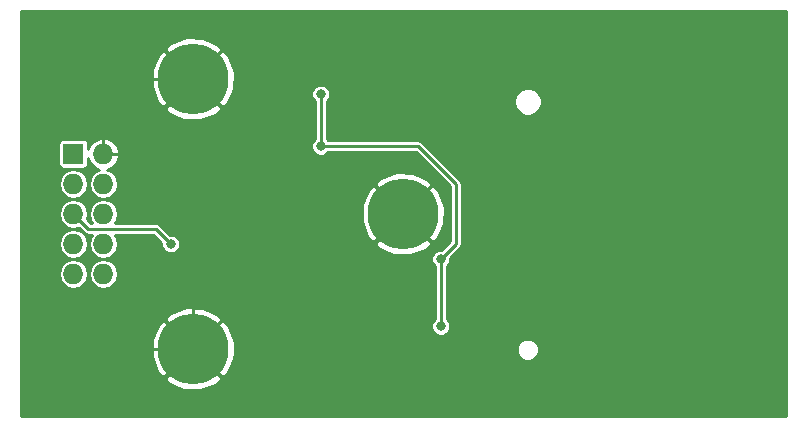
<source format=gbr>
G04 #@! TF.FileFunction,Copper,L2,Bot,Signal*
%FSLAX46Y46*%
G04 Gerber Fmt 4.6, Leading zero omitted, Abs format (unit mm)*
G04 Created by KiCad (PCBNEW 4.0.5+dfsg1-4) date Thu Feb 15 14:06:30 2018*
%MOMM*%
%LPD*%
G01*
G04 APERTURE LIST*
%ADD10C,0.100000*%
%ADD11C,6.000000*%
%ADD12R,1.727200X1.727200*%
%ADD13O,1.727200X1.727200*%
%ADD14C,0.800000*%
%ADD15C,0.250000*%
%ADD16C,0.254000*%
G04 APERTURE END LIST*
D10*
D11*
X142240000Y-90170000D03*
X142240000Y-113030000D03*
D12*
X132080000Y-96520000D03*
D13*
X134620000Y-96520000D03*
X132080000Y-99060000D03*
X134620000Y-99060000D03*
X132080000Y-101600000D03*
X134620000Y-101600000D03*
X132080000Y-104140000D03*
X134620000Y-104140000D03*
X132080000Y-106680000D03*
X134620000Y-106680000D03*
D11*
X160020000Y-101600000D03*
D14*
X139700000Y-107315000D03*
X138430000Y-104140000D03*
X154940000Y-105410000D03*
X132715000Y-87630000D03*
X128905000Y-117475000D03*
X184912000Y-111252000D03*
X184912000Y-95758000D03*
X162560000Y-85725000D03*
X163195000Y-111125000D03*
X163195000Y-105410000D03*
X153035000Y-95885000D03*
X153035000Y-91440000D03*
X140335000Y-104140000D03*
D15*
X139700000Y-107315000D02*
X139700000Y-105410000D01*
X142240000Y-108585000D02*
X140970000Y-107315000D01*
X140970000Y-107315000D02*
X139700000Y-107315000D01*
X142240000Y-113030000D02*
X142240000Y-108585000D01*
X139700000Y-105410000D02*
X138430000Y-104140000D01*
X160020000Y-101600000D02*
X156210000Y-105410000D01*
X156210000Y-105410000D02*
X154940000Y-105410000D01*
X142240000Y-90170000D02*
X135255000Y-90170000D01*
X135255000Y-90170000D02*
X132715000Y-87630000D01*
X142240000Y-113030000D02*
X133350000Y-113030000D01*
X133350000Y-113030000D02*
X128905000Y-117475000D01*
X163195000Y-111125000D02*
X163195000Y-105410000D01*
X163195000Y-105410000D02*
X164465000Y-104140000D01*
X161290000Y-95885000D02*
X153035000Y-95885000D01*
X164465000Y-99060000D02*
X161290000Y-95885000D01*
X164465000Y-104140000D02*
X164465000Y-99060000D01*
X153035000Y-95885000D02*
X153035000Y-91440000D01*
X133350000Y-102870000D02*
X132080000Y-101600000D01*
X139065000Y-102870000D02*
X133350000Y-102870000D01*
X140335000Y-104140000D02*
X139065000Y-102870000D01*
D16*
G36*
X192405000Y-118745000D02*
X127635000Y-118745000D01*
X127635000Y-115478289D01*
X139809672Y-115478289D01*
X140147941Y-115931078D01*
X141417384Y-116510843D01*
X142812063Y-116560681D01*
X144119650Y-116073005D01*
X144332059Y-115931078D01*
X144670328Y-115478289D01*
X142240000Y-113047961D01*
X139809672Y-115478289D01*
X127635000Y-115478289D01*
X127635000Y-113602063D01*
X138709319Y-113602063D01*
X139196995Y-114909650D01*
X139338922Y-115122059D01*
X139791711Y-115460328D01*
X142222039Y-113030000D01*
X142257961Y-113030000D01*
X144688289Y-115460328D01*
X145141078Y-115122059D01*
X145720843Y-113852616D01*
X145741136Y-113284723D01*
X169628659Y-113284723D01*
X169769505Y-113625594D01*
X170030074Y-113886619D01*
X170370699Y-114028059D01*
X170739523Y-114028381D01*
X171080394Y-113887535D01*
X171341419Y-113626966D01*
X171482859Y-113286341D01*
X171483181Y-112917517D01*
X171342335Y-112576646D01*
X171081766Y-112315621D01*
X170741141Y-112174181D01*
X170372317Y-112173859D01*
X170031446Y-112314705D01*
X169770421Y-112575274D01*
X169628981Y-112915899D01*
X169628659Y-113284723D01*
X145741136Y-113284723D01*
X145770681Y-112457937D01*
X145283005Y-111150350D01*
X145141078Y-110937941D01*
X144688289Y-110599672D01*
X142257961Y-113030000D01*
X142222039Y-113030000D01*
X139791711Y-110599672D01*
X139338922Y-110937941D01*
X138759157Y-112207384D01*
X138709319Y-113602063D01*
X127635000Y-113602063D01*
X127635000Y-110581711D01*
X139809672Y-110581711D01*
X142240000Y-113012039D01*
X144670328Y-110581711D01*
X144332059Y-110128922D01*
X143062616Y-109549157D01*
X141667937Y-109499319D01*
X140360350Y-109986995D01*
X140147941Y-110128922D01*
X139809672Y-110581711D01*
X127635000Y-110581711D01*
X127635000Y-106655617D01*
X130835400Y-106655617D01*
X130835400Y-106704383D01*
X130930140Y-107180671D01*
X131199935Y-107584448D01*
X131603712Y-107854243D01*
X132080000Y-107948983D01*
X132556288Y-107854243D01*
X132960065Y-107584448D01*
X133229860Y-107180671D01*
X133324600Y-106704383D01*
X133324600Y-106655617D01*
X133375400Y-106655617D01*
X133375400Y-106704383D01*
X133470140Y-107180671D01*
X133739935Y-107584448D01*
X134143712Y-107854243D01*
X134620000Y-107948983D01*
X135096288Y-107854243D01*
X135500065Y-107584448D01*
X135769860Y-107180671D01*
X135864600Y-106704383D01*
X135864600Y-106655617D01*
X135769860Y-106179329D01*
X135500065Y-105775552D01*
X135096288Y-105505757D01*
X134620000Y-105411017D01*
X134143712Y-105505757D01*
X133739935Y-105775552D01*
X133470140Y-106179329D01*
X133375400Y-106655617D01*
X133324600Y-106655617D01*
X133229860Y-106179329D01*
X132960065Y-105775552D01*
X132556288Y-105505757D01*
X132080000Y-105411017D01*
X131603712Y-105505757D01*
X131199935Y-105775552D01*
X130930140Y-106179329D01*
X130835400Y-106655617D01*
X127635000Y-106655617D01*
X127635000Y-104115617D01*
X130835400Y-104115617D01*
X130835400Y-104164383D01*
X130930140Y-104640671D01*
X131199935Y-105044448D01*
X131603712Y-105314243D01*
X132080000Y-105408983D01*
X132556288Y-105314243D01*
X132960065Y-105044448D01*
X133229860Y-104640671D01*
X133324600Y-104164383D01*
X133324600Y-104115617D01*
X133229860Y-103639329D01*
X132960065Y-103235552D01*
X132556288Y-102965757D01*
X132080000Y-102871017D01*
X131603712Y-102965757D01*
X131199935Y-103235552D01*
X130930140Y-103639329D01*
X130835400Y-104115617D01*
X127635000Y-104115617D01*
X127635000Y-101575617D01*
X130835400Y-101575617D01*
X130835400Y-101624383D01*
X130930140Y-102100671D01*
X131199935Y-102504448D01*
X131603712Y-102774243D01*
X132080000Y-102868983D01*
X132541577Y-102777169D01*
X132992204Y-103227796D01*
X133156362Y-103337483D01*
X133350000Y-103376000D01*
X133646091Y-103376000D01*
X133470140Y-103639329D01*
X133375400Y-104115617D01*
X133375400Y-104164383D01*
X133470140Y-104640671D01*
X133739935Y-105044448D01*
X134143712Y-105314243D01*
X134620000Y-105408983D01*
X135096288Y-105314243D01*
X135500065Y-105044448D01*
X135769860Y-104640671D01*
X135864600Y-104164383D01*
X135864600Y-104115617D01*
X135769860Y-103639329D01*
X135593909Y-103376000D01*
X138855408Y-103376000D01*
X139554057Y-104074649D01*
X139553864Y-104294669D01*
X139672514Y-104581823D01*
X139892021Y-104801714D01*
X140178968Y-104920864D01*
X140489669Y-104921136D01*
X140776823Y-104802486D01*
X140996714Y-104582979D01*
X141115864Y-104296032D01*
X141116080Y-104048289D01*
X157589672Y-104048289D01*
X157927941Y-104501078D01*
X159197384Y-105080843D01*
X160592063Y-105130681D01*
X161899650Y-104643005D01*
X162112059Y-104501078D01*
X162450328Y-104048289D01*
X160020000Y-101617961D01*
X157589672Y-104048289D01*
X141116080Y-104048289D01*
X141116136Y-103985331D01*
X140997486Y-103698177D01*
X140777979Y-103478286D01*
X140491032Y-103359136D01*
X140269534Y-103358942D01*
X139422796Y-102512204D01*
X139258638Y-102402517D01*
X139065000Y-102364000D01*
X135593909Y-102364000D01*
X135722157Y-102172063D01*
X156489319Y-102172063D01*
X156976995Y-103479650D01*
X157118922Y-103692059D01*
X157571711Y-104030328D01*
X160002039Y-101600000D01*
X160037961Y-101600000D01*
X162468289Y-104030328D01*
X162921078Y-103692059D01*
X163500843Y-102422616D01*
X163550681Y-101027937D01*
X163063005Y-99720350D01*
X162921078Y-99507941D01*
X162468289Y-99169672D01*
X160037961Y-101600000D01*
X160002039Y-101600000D01*
X157571711Y-99169672D01*
X157118922Y-99507941D01*
X156539157Y-100777384D01*
X156489319Y-102172063D01*
X135722157Y-102172063D01*
X135769860Y-102100671D01*
X135864600Y-101624383D01*
X135864600Y-101575617D01*
X135769860Y-101099329D01*
X135500065Y-100695552D01*
X135096288Y-100425757D01*
X134620000Y-100331017D01*
X134143712Y-100425757D01*
X133739935Y-100695552D01*
X133470140Y-101099329D01*
X133375400Y-101575617D01*
X133375400Y-101624383D01*
X133470140Y-102100671D01*
X133646091Y-102364000D01*
X133559592Y-102364000D01*
X133240877Y-102045285D01*
X133324600Y-101624383D01*
X133324600Y-101575617D01*
X133229860Y-101099329D01*
X132960065Y-100695552D01*
X132556288Y-100425757D01*
X132080000Y-100331017D01*
X131603712Y-100425757D01*
X131199935Y-100695552D01*
X130930140Y-101099329D01*
X130835400Y-101575617D01*
X127635000Y-101575617D01*
X127635000Y-99035617D01*
X130835400Y-99035617D01*
X130835400Y-99084383D01*
X130930140Y-99560671D01*
X131199935Y-99964448D01*
X131603712Y-100234243D01*
X132080000Y-100328983D01*
X132556288Y-100234243D01*
X132960065Y-99964448D01*
X133229860Y-99560671D01*
X133324600Y-99084383D01*
X133324600Y-99035617D01*
X133229860Y-98559329D01*
X132960065Y-98155552D01*
X132556288Y-97885757D01*
X132080000Y-97791017D01*
X131603712Y-97885757D01*
X131199935Y-98155552D01*
X130930140Y-98559329D01*
X130835400Y-99035617D01*
X127635000Y-99035617D01*
X127635000Y-95656400D01*
X130827936Y-95656400D01*
X130827936Y-97383600D01*
X130854503Y-97524790D01*
X130937946Y-97654465D01*
X131065266Y-97741459D01*
X131216400Y-97772064D01*
X132943600Y-97772064D01*
X133084790Y-97745497D01*
X133214465Y-97662054D01*
X133301459Y-97534734D01*
X133332064Y-97383600D01*
X133332064Y-96917686D01*
X133457204Y-97247457D01*
X133824102Y-97637065D01*
X134305446Y-97853586D01*
X134143712Y-97885757D01*
X133739935Y-98155552D01*
X133470140Y-98559329D01*
X133375400Y-99035617D01*
X133375400Y-99084383D01*
X133470140Y-99560671D01*
X133739935Y-99964448D01*
X134143712Y-100234243D01*
X134620000Y-100328983D01*
X135096288Y-100234243D01*
X135500065Y-99964448D01*
X135769860Y-99560671D01*
X135851207Y-99151711D01*
X157589672Y-99151711D01*
X160020000Y-101582039D01*
X162450328Y-99151711D01*
X162112059Y-98698922D01*
X160842616Y-98119157D01*
X159447937Y-98069319D01*
X158140350Y-98556995D01*
X157927941Y-98698922D01*
X157589672Y-99151711D01*
X135851207Y-99151711D01*
X135864600Y-99084383D01*
X135864600Y-99035617D01*
X135769860Y-98559329D01*
X135500065Y-98155552D01*
X135096288Y-97885757D01*
X134934554Y-97853586D01*
X135415898Y-97637065D01*
X135782796Y-97247457D01*
X135972669Y-96747100D01*
X135864542Y-96532700D01*
X134632700Y-96532700D01*
X134632700Y-96552700D01*
X134607300Y-96552700D01*
X134607300Y-96532700D01*
X134587300Y-96532700D01*
X134587300Y-96507300D01*
X134607300Y-96507300D01*
X134607300Y-95275465D01*
X134632700Y-95275465D01*
X134632700Y-96507300D01*
X135864542Y-96507300D01*
X135972669Y-96292900D01*
X135782796Y-95792543D01*
X135415898Y-95402935D01*
X134927832Y-95183390D01*
X134847100Y-95167332D01*
X134632700Y-95275465D01*
X134607300Y-95275465D01*
X134392900Y-95167332D01*
X134312168Y-95183390D01*
X133824102Y-95402935D01*
X133457204Y-95792543D01*
X133332064Y-96122314D01*
X133332064Y-95656400D01*
X133305497Y-95515210D01*
X133222054Y-95385535D01*
X133094734Y-95298541D01*
X132943600Y-95267936D01*
X131216400Y-95267936D01*
X131075210Y-95294503D01*
X130945535Y-95377946D01*
X130858541Y-95505266D01*
X130827936Y-95656400D01*
X127635000Y-95656400D01*
X127635000Y-92618289D01*
X139809672Y-92618289D01*
X140147941Y-93071078D01*
X141417384Y-93650843D01*
X142812063Y-93700681D01*
X144119650Y-93213005D01*
X144332059Y-93071078D01*
X144670328Y-92618289D01*
X142240000Y-90187961D01*
X139809672Y-92618289D01*
X127635000Y-92618289D01*
X127635000Y-90742063D01*
X138709319Y-90742063D01*
X139196995Y-92049650D01*
X139338922Y-92262059D01*
X139791711Y-92600328D01*
X142222039Y-90170000D01*
X142257961Y-90170000D01*
X144688289Y-92600328D01*
X145141078Y-92262059D01*
X145445880Y-91594669D01*
X152253864Y-91594669D01*
X152372514Y-91881823D01*
X152529000Y-92038583D01*
X152529000Y-95286579D01*
X152373286Y-95442021D01*
X152254136Y-95728968D01*
X152253864Y-96039669D01*
X152372514Y-96326823D01*
X152592021Y-96546714D01*
X152878968Y-96665864D01*
X153189669Y-96666136D01*
X153476823Y-96547486D01*
X153633583Y-96391000D01*
X161080408Y-96391000D01*
X163959000Y-99269592D01*
X163959000Y-103930408D01*
X163260351Y-104629057D01*
X163040331Y-104628864D01*
X162753177Y-104747514D01*
X162533286Y-104967021D01*
X162414136Y-105253968D01*
X162413864Y-105564669D01*
X162532514Y-105851823D01*
X162689000Y-106008583D01*
X162689000Y-110526579D01*
X162533286Y-110682021D01*
X162414136Y-110968968D01*
X162413864Y-111279669D01*
X162532514Y-111566823D01*
X162752021Y-111786714D01*
X163038968Y-111905864D01*
X163349669Y-111906136D01*
X163636823Y-111787486D01*
X163856714Y-111567979D01*
X163975864Y-111281032D01*
X163976136Y-110970331D01*
X163857486Y-110683177D01*
X163701000Y-110526417D01*
X163701000Y-106008421D01*
X163856714Y-105852979D01*
X163975864Y-105566032D01*
X163976058Y-105344534D01*
X164822796Y-104497796D01*
X164932483Y-104333638D01*
X164971000Y-104140000D01*
X164971000Y-99060000D01*
X164932483Y-98866362D01*
X164822796Y-98702204D01*
X161647796Y-95527204D01*
X161483638Y-95417517D01*
X161290000Y-95379000D01*
X153633421Y-95379000D01*
X153541000Y-95286417D01*
X153541000Y-92334305D01*
X169374616Y-92334305D01*
X169554048Y-92768565D01*
X169886007Y-93101104D01*
X170319954Y-93281294D01*
X170789825Y-93281704D01*
X171224085Y-93102272D01*
X171556624Y-92770313D01*
X171736814Y-92336366D01*
X171737224Y-91866495D01*
X171557792Y-91432235D01*
X171225833Y-91099696D01*
X170791886Y-90919506D01*
X170322015Y-90919096D01*
X169887755Y-91098528D01*
X169555216Y-91430487D01*
X169375026Y-91864434D01*
X169374616Y-92334305D01*
X153541000Y-92334305D01*
X153541000Y-92038421D01*
X153696714Y-91882979D01*
X153815864Y-91596032D01*
X153816136Y-91285331D01*
X153697486Y-90998177D01*
X153477979Y-90778286D01*
X153191032Y-90659136D01*
X152880331Y-90658864D01*
X152593177Y-90777514D01*
X152373286Y-90997021D01*
X152254136Y-91283968D01*
X152253864Y-91594669D01*
X145445880Y-91594669D01*
X145720843Y-90992616D01*
X145770681Y-89597937D01*
X145283005Y-88290350D01*
X145141078Y-88077941D01*
X144688289Y-87739672D01*
X142257961Y-90170000D01*
X142222039Y-90170000D01*
X139791711Y-87739672D01*
X139338922Y-88077941D01*
X138759157Y-89347384D01*
X138709319Y-90742063D01*
X127635000Y-90742063D01*
X127635000Y-87721711D01*
X139809672Y-87721711D01*
X142240000Y-90152039D01*
X144670328Y-87721711D01*
X144332059Y-87268922D01*
X143062616Y-86689157D01*
X141667937Y-86639319D01*
X140360350Y-87126995D01*
X140147941Y-87268922D01*
X139809672Y-87721711D01*
X127635000Y-87721711D01*
X127635000Y-84455000D01*
X192405000Y-84455000D01*
X192405000Y-118745000D01*
X192405000Y-118745000D01*
G37*
X192405000Y-118745000D02*
X127635000Y-118745000D01*
X127635000Y-115478289D01*
X139809672Y-115478289D01*
X140147941Y-115931078D01*
X141417384Y-116510843D01*
X142812063Y-116560681D01*
X144119650Y-116073005D01*
X144332059Y-115931078D01*
X144670328Y-115478289D01*
X142240000Y-113047961D01*
X139809672Y-115478289D01*
X127635000Y-115478289D01*
X127635000Y-113602063D01*
X138709319Y-113602063D01*
X139196995Y-114909650D01*
X139338922Y-115122059D01*
X139791711Y-115460328D01*
X142222039Y-113030000D01*
X142257961Y-113030000D01*
X144688289Y-115460328D01*
X145141078Y-115122059D01*
X145720843Y-113852616D01*
X145741136Y-113284723D01*
X169628659Y-113284723D01*
X169769505Y-113625594D01*
X170030074Y-113886619D01*
X170370699Y-114028059D01*
X170739523Y-114028381D01*
X171080394Y-113887535D01*
X171341419Y-113626966D01*
X171482859Y-113286341D01*
X171483181Y-112917517D01*
X171342335Y-112576646D01*
X171081766Y-112315621D01*
X170741141Y-112174181D01*
X170372317Y-112173859D01*
X170031446Y-112314705D01*
X169770421Y-112575274D01*
X169628981Y-112915899D01*
X169628659Y-113284723D01*
X145741136Y-113284723D01*
X145770681Y-112457937D01*
X145283005Y-111150350D01*
X145141078Y-110937941D01*
X144688289Y-110599672D01*
X142257961Y-113030000D01*
X142222039Y-113030000D01*
X139791711Y-110599672D01*
X139338922Y-110937941D01*
X138759157Y-112207384D01*
X138709319Y-113602063D01*
X127635000Y-113602063D01*
X127635000Y-110581711D01*
X139809672Y-110581711D01*
X142240000Y-113012039D01*
X144670328Y-110581711D01*
X144332059Y-110128922D01*
X143062616Y-109549157D01*
X141667937Y-109499319D01*
X140360350Y-109986995D01*
X140147941Y-110128922D01*
X139809672Y-110581711D01*
X127635000Y-110581711D01*
X127635000Y-106655617D01*
X130835400Y-106655617D01*
X130835400Y-106704383D01*
X130930140Y-107180671D01*
X131199935Y-107584448D01*
X131603712Y-107854243D01*
X132080000Y-107948983D01*
X132556288Y-107854243D01*
X132960065Y-107584448D01*
X133229860Y-107180671D01*
X133324600Y-106704383D01*
X133324600Y-106655617D01*
X133375400Y-106655617D01*
X133375400Y-106704383D01*
X133470140Y-107180671D01*
X133739935Y-107584448D01*
X134143712Y-107854243D01*
X134620000Y-107948983D01*
X135096288Y-107854243D01*
X135500065Y-107584448D01*
X135769860Y-107180671D01*
X135864600Y-106704383D01*
X135864600Y-106655617D01*
X135769860Y-106179329D01*
X135500065Y-105775552D01*
X135096288Y-105505757D01*
X134620000Y-105411017D01*
X134143712Y-105505757D01*
X133739935Y-105775552D01*
X133470140Y-106179329D01*
X133375400Y-106655617D01*
X133324600Y-106655617D01*
X133229860Y-106179329D01*
X132960065Y-105775552D01*
X132556288Y-105505757D01*
X132080000Y-105411017D01*
X131603712Y-105505757D01*
X131199935Y-105775552D01*
X130930140Y-106179329D01*
X130835400Y-106655617D01*
X127635000Y-106655617D01*
X127635000Y-104115617D01*
X130835400Y-104115617D01*
X130835400Y-104164383D01*
X130930140Y-104640671D01*
X131199935Y-105044448D01*
X131603712Y-105314243D01*
X132080000Y-105408983D01*
X132556288Y-105314243D01*
X132960065Y-105044448D01*
X133229860Y-104640671D01*
X133324600Y-104164383D01*
X133324600Y-104115617D01*
X133229860Y-103639329D01*
X132960065Y-103235552D01*
X132556288Y-102965757D01*
X132080000Y-102871017D01*
X131603712Y-102965757D01*
X131199935Y-103235552D01*
X130930140Y-103639329D01*
X130835400Y-104115617D01*
X127635000Y-104115617D01*
X127635000Y-101575617D01*
X130835400Y-101575617D01*
X130835400Y-101624383D01*
X130930140Y-102100671D01*
X131199935Y-102504448D01*
X131603712Y-102774243D01*
X132080000Y-102868983D01*
X132541577Y-102777169D01*
X132992204Y-103227796D01*
X133156362Y-103337483D01*
X133350000Y-103376000D01*
X133646091Y-103376000D01*
X133470140Y-103639329D01*
X133375400Y-104115617D01*
X133375400Y-104164383D01*
X133470140Y-104640671D01*
X133739935Y-105044448D01*
X134143712Y-105314243D01*
X134620000Y-105408983D01*
X135096288Y-105314243D01*
X135500065Y-105044448D01*
X135769860Y-104640671D01*
X135864600Y-104164383D01*
X135864600Y-104115617D01*
X135769860Y-103639329D01*
X135593909Y-103376000D01*
X138855408Y-103376000D01*
X139554057Y-104074649D01*
X139553864Y-104294669D01*
X139672514Y-104581823D01*
X139892021Y-104801714D01*
X140178968Y-104920864D01*
X140489669Y-104921136D01*
X140776823Y-104802486D01*
X140996714Y-104582979D01*
X141115864Y-104296032D01*
X141116080Y-104048289D01*
X157589672Y-104048289D01*
X157927941Y-104501078D01*
X159197384Y-105080843D01*
X160592063Y-105130681D01*
X161899650Y-104643005D01*
X162112059Y-104501078D01*
X162450328Y-104048289D01*
X160020000Y-101617961D01*
X157589672Y-104048289D01*
X141116080Y-104048289D01*
X141116136Y-103985331D01*
X140997486Y-103698177D01*
X140777979Y-103478286D01*
X140491032Y-103359136D01*
X140269534Y-103358942D01*
X139422796Y-102512204D01*
X139258638Y-102402517D01*
X139065000Y-102364000D01*
X135593909Y-102364000D01*
X135722157Y-102172063D01*
X156489319Y-102172063D01*
X156976995Y-103479650D01*
X157118922Y-103692059D01*
X157571711Y-104030328D01*
X160002039Y-101600000D01*
X160037961Y-101600000D01*
X162468289Y-104030328D01*
X162921078Y-103692059D01*
X163500843Y-102422616D01*
X163550681Y-101027937D01*
X163063005Y-99720350D01*
X162921078Y-99507941D01*
X162468289Y-99169672D01*
X160037961Y-101600000D01*
X160002039Y-101600000D01*
X157571711Y-99169672D01*
X157118922Y-99507941D01*
X156539157Y-100777384D01*
X156489319Y-102172063D01*
X135722157Y-102172063D01*
X135769860Y-102100671D01*
X135864600Y-101624383D01*
X135864600Y-101575617D01*
X135769860Y-101099329D01*
X135500065Y-100695552D01*
X135096288Y-100425757D01*
X134620000Y-100331017D01*
X134143712Y-100425757D01*
X133739935Y-100695552D01*
X133470140Y-101099329D01*
X133375400Y-101575617D01*
X133375400Y-101624383D01*
X133470140Y-102100671D01*
X133646091Y-102364000D01*
X133559592Y-102364000D01*
X133240877Y-102045285D01*
X133324600Y-101624383D01*
X133324600Y-101575617D01*
X133229860Y-101099329D01*
X132960065Y-100695552D01*
X132556288Y-100425757D01*
X132080000Y-100331017D01*
X131603712Y-100425757D01*
X131199935Y-100695552D01*
X130930140Y-101099329D01*
X130835400Y-101575617D01*
X127635000Y-101575617D01*
X127635000Y-99035617D01*
X130835400Y-99035617D01*
X130835400Y-99084383D01*
X130930140Y-99560671D01*
X131199935Y-99964448D01*
X131603712Y-100234243D01*
X132080000Y-100328983D01*
X132556288Y-100234243D01*
X132960065Y-99964448D01*
X133229860Y-99560671D01*
X133324600Y-99084383D01*
X133324600Y-99035617D01*
X133229860Y-98559329D01*
X132960065Y-98155552D01*
X132556288Y-97885757D01*
X132080000Y-97791017D01*
X131603712Y-97885757D01*
X131199935Y-98155552D01*
X130930140Y-98559329D01*
X130835400Y-99035617D01*
X127635000Y-99035617D01*
X127635000Y-95656400D01*
X130827936Y-95656400D01*
X130827936Y-97383600D01*
X130854503Y-97524790D01*
X130937946Y-97654465D01*
X131065266Y-97741459D01*
X131216400Y-97772064D01*
X132943600Y-97772064D01*
X133084790Y-97745497D01*
X133214465Y-97662054D01*
X133301459Y-97534734D01*
X133332064Y-97383600D01*
X133332064Y-96917686D01*
X133457204Y-97247457D01*
X133824102Y-97637065D01*
X134305446Y-97853586D01*
X134143712Y-97885757D01*
X133739935Y-98155552D01*
X133470140Y-98559329D01*
X133375400Y-99035617D01*
X133375400Y-99084383D01*
X133470140Y-99560671D01*
X133739935Y-99964448D01*
X134143712Y-100234243D01*
X134620000Y-100328983D01*
X135096288Y-100234243D01*
X135500065Y-99964448D01*
X135769860Y-99560671D01*
X135851207Y-99151711D01*
X157589672Y-99151711D01*
X160020000Y-101582039D01*
X162450328Y-99151711D01*
X162112059Y-98698922D01*
X160842616Y-98119157D01*
X159447937Y-98069319D01*
X158140350Y-98556995D01*
X157927941Y-98698922D01*
X157589672Y-99151711D01*
X135851207Y-99151711D01*
X135864600Y-99084383D01*
X135864600Y-99035617D01*
X135769860Y-98559329D01*
X135500065Y-98155552D01*
X135096288Y-97885757D01*
X134934554Y-97853586D01*
X135415898Y-97637065D01*
X135782796Y-97247457D01*
X135972669Y-96747100D01*
X135864542Y-96532700D01*
X134632700Y-96532700D01*
X134632700Y-96552700D01*
X134607300Y-96552700D01*
X134607300Y-96532700D01*
X134587300Y-96532700D01*
X134587300Y-96507300D01*
X134607300Y-96507300D01*
X134607300Y-95275465D01*
X134632700Y-95275465D01*
X134632700Y-96507300D01*
X135864542Y-96507300D01*
X135972669Y-96292900D01*
X135782796Y-95792543D01*
X135415898Y-95402935D01*
X134927832Y-95183390D01*
X134847100Y-95167332D01*
X134632700Y-95275465D01*
X134607300Y-95275465D01*
X134392900Y-95167332D01*
X134312168Y-95183390D01*
X133824102Y-95402935D01*
X133457204Y-95792543D01*
X133332064Y-96122314D01*
X133332064Y-95656400D01*
X133305497Y-95515210D01*
X133222054Y-95385535D01*
X133094734Y-95298541D01*
X132943600Y-95267936D01*
X131216400Y-95267936D01*
X131075210Y-95294503D01*
X130945535Y-95377946D01*
X130858541Y-95505266D01*
X130827936Y-95656400D01*
X127635000Y-95656400D01*
X127635000Y-92618289D01*
X139809672Y-92618289D01*
X140147941Y-93071078D01*
X141417384Y-93650843D01*
X142812063Y-93700681D01*
X144119650Y-93213005D01*
X144332059Y-93071078D01*
X144670328Y-92618289D01*
X142240000Y-90187961D01*
X139809672Y-92618289D01*
X127635000Y-92618289D01*
X127635000Y-90742063D01*
X138709319Y-90742063D01*
X139196995Y-92049650D01*
X139338922Y-92262059D01*
X139791711Y-92600328D01*
X142222039Y-90170000D01*
X142257961Y-90170000D01*
X144688289Y-92600328D01*
X145141078Y-92262059D01*
X145445880Y-91594669D01*
X152253864Y-91594669D01*
X152372514Y-91881823D01*
X152529000Y-92038583D01*
X152529000Y-95286579D01*
X152373286Y-95442021D01*
X152254136Y-95728968D01*
X152253864Y-96039669D01*
X152372514Y-96326823D01*
X152592021Y-96546714D01*
X152878968Y-96665864D01*
X153189669Y-96666136D01*
X153476823Y-96547486D01*
X153633583Y-96391000D01*
X161080408Y-96391000D01*
X163959000Y-99269592D01*
X163959000Y-103930408D01*
X163260351Y-104629057D01*
X163040331Y-104628864D01*
X162753177Y-104747514D01*
X162533286Y-104967021D01*
X162414136Y-105253968D01*
X162413864Y-105564669D01*
X162532514Y-105851823D01*
X162689000Y-106008583D01*
X162689000Y-110526579D01*
X162533286Y-110682021D01*
X162414136Y-110968968D01*
X162413864Y-111279669D01*
X162532514Y-111566823D01*
X162752021Y-111786714D01*
X163038968Y-111905864D01*
X163349669Y-111906136D01*
X163636823Y-111787486D01*
X163856714Y-111567979D01*
X163975864Y-111281032D01*
X163976136Y-110970331D01*
X163857486Y-110683177D01*
X163701000Y-110526417D01*
X163701000Y-106008421D01*
X163856714Y-105852979D01*
X163975864Y-105566032D01*
X163976058Y-105344534D01*
X164822796Y-104497796D01*
X164932483Y-104333638D01*
X164971000Y-104140000D01*
X164971000Y-99060000D01*
X164932483Y-98866362D01*
X164822796Y-98702204D01*
X161647796Y-95527204D01*
X161483638Y-95417517D01*
X161290000Y-95379000D01*
X153633421Y-95379000D01*
X153541000Y-95286417D01*
X153541000Y-92334305D01*
X169374616Y-92334305D01*
X169554048Y-92768565D01*
X169886007Y-93101104D01*
X170319954Y-93281294D01*
X170789825Y-93281704D01*
X171224085Y-93102272D01*
X171556624Y-92770313D01*
X171736814Y-92336366D01*
X171737224Y-91866495D01*
X171557792Y-91432235D01*
X171225833Y-91099696D01*
X170791886Y-90919506D01*
X170322015Y-90919096D01*
X169887755Y-91098528D01*
X169555216Y-91430487D01*
X169375026Y-91864434D01*
X169374616Y-92334305D01*
X153541000Y-92334305D01*
X153541000Y-92038421D01*
X153696714Y-91882979D01*
X153815864Y-91596032D01*
X153816136Y-91285331D01*
X153697486Y-90998177D01*
X153477979Y-90778286D01*
X153191032Y-90659136D01*
X152880331Y-90658864D01*
X152593177Y-90777514D01*
X152373286Y-90997021D01*
X152254136Y-91283968D01*
X152253864Y-91594669D01*
X145445880Y-91594669D01*
X145720843Y-90992616D01*
X145770681Y-89597937D01*
X145283005Y-88290350D01*
X145141078Y-88077941D01*
X144688289Y-87739672D01*
X142257961Y-90170000D01*
X142222039Y-90170000D01*
X139791711Y-87739672D01*
X139338922Y-88077941D01*
X138759157Y-89347384D01*
X138709319Y-90742063D01*
X127635000Y-90742063D01*
X127635000Y-87721711D01*
X139809672Y-87721711D01*
X142240000Y-90152039D01*
X144670328Y-87721711D01*
X144332059Y-87268922D01*
X143062616Y-86689157D01*
X141667937Y-86639319D01*
X140360350Y-87126995D01*
X140147941Y-87268922D01*
X139809672Y-87721711D01*
X127635000Y-87721711D01*
X127635000Y-84455000D01*
X192405000Y-84455000D01*
X192405000Y-118745000D01*
M02*

</source>
